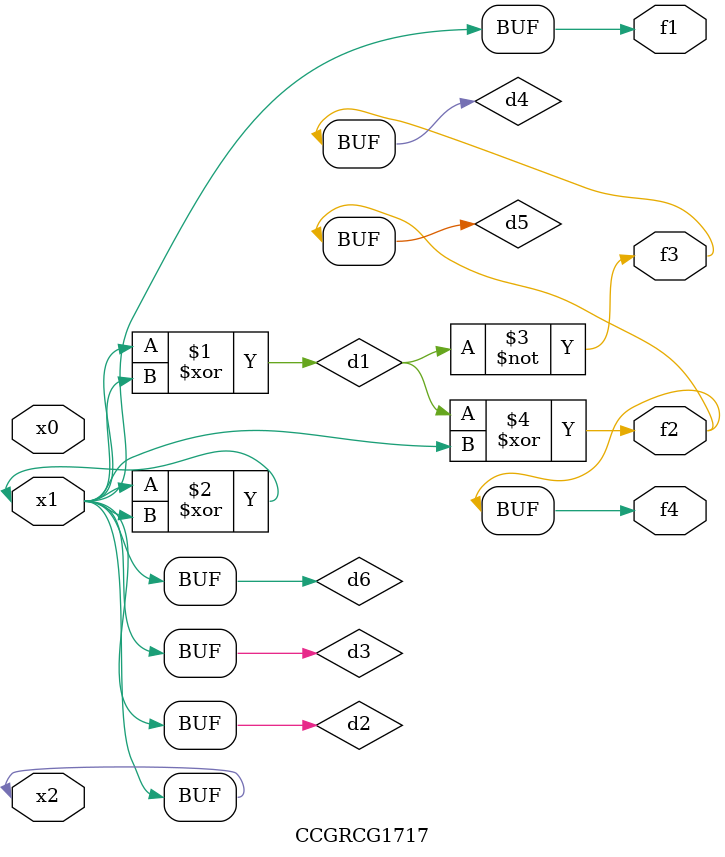
<source format=v>
module CCGRCG1717(
	input x0, x1, x2,
	output f1, f2, f3, f4
);

	wire d1, d2, d3, d4, d5, d6;

	xor (d1, x1, x2);
	buf (d2, x1, x2);
	xor (d3, x1, x2);
	nor (d4, d1);
	xor (d5, d1, d2);
	buf (d6, d2, d3);
	assign f1 = d6;
	assign f2 = d5;
	assign f3 = d4;
	assign f4 = d5;
endmodule

</source>
